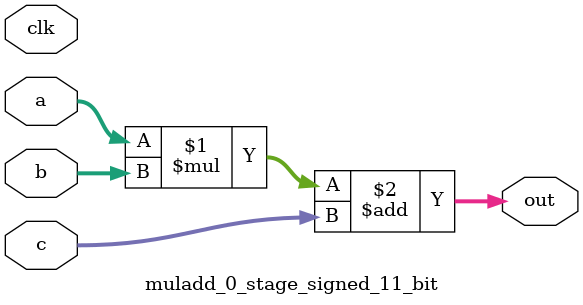
<source format=sv>
(* use_dsp = "yes" *) module muladd_0_stage_signed_11_bit(
	input signed [10:0] a,
	input signed [10:0] b,
	input signed [10:0] c,
	output [10:0] out,
	input clk);

	assign out = (a * b) + c;
endmodule

</source>
